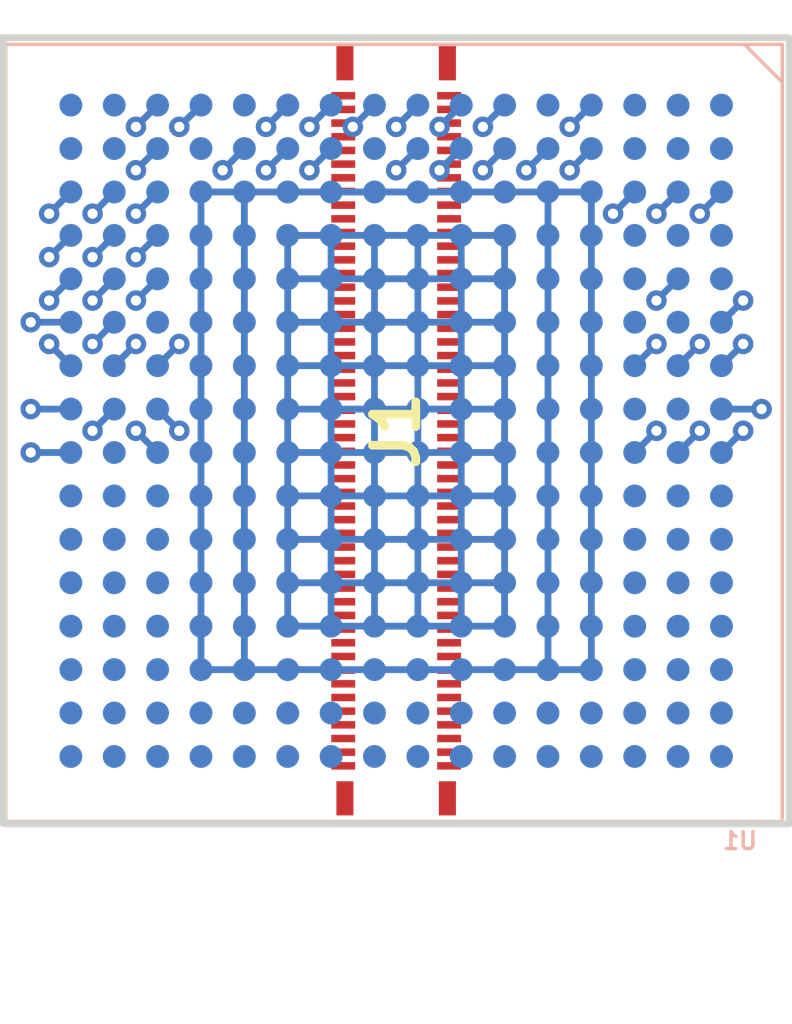
<source format=kicad_pcb>
(kicad_pcb (version 20241229) (generator "pcbnew") (generator_version "9.0")
  (layers (0 "F.Cu" signal) (2 "B.Cu" signal) (13 "F.Paste" user) (15 "B.Paste" user) (5 "F.SilkS" user "F.Silkscreen") (7 "B.SilkS" user "B.Silkscreen") (1 "F.Mask" user) (3 "B.Mask" user) (25 "Edge.Cuts" user))
  (net 0 "")
  (net 105 "Net-(U1-VCC-PadD10)")
  (net 110 "unconnected-(U1-D3-PadR8)")
  (net 112 "unconnected-(U1-BRDY#-PadB5)")
  (net 113 "unconnected-(U1-BS16#-PadA6)")
  (net 117 "unconnected-(U1-D7-PadP9)")
  (net 122 "unconnected-(U1-BLAST#-PadC3)")
  (net 123 "unconnected-(U1-D1-PadP7)")
  (net 131 "unconnected-(U1-D4-PadP8)")
  (net 132 "unconnected-(U1-D2-PadT8)")
  (net 136 "unconnected-(U1-DP0-PadT7)")
  (net 137 "unconnected-(U1-D5-PadT9)")
  (net 143 "unconnected-(U1-ADS#-PadB3)")
  (net 150 "unconnected-(U1-A29-PadP5)")
  (net 152 "unconnected-(U1-A14-PadK1)")
  (net 154 "unconnected-(U1-A8-PadG2)")
  (net 155 "unconnected-(U1-A28-PadR5)")
  (net 156 "unconnected-(U1-A25-PadR4)")
  (net 157 "unconnected-(U1-A5-PadE2)")
  (net 158 "unconnected-(U1-A26-PadP4)")
  (net 159 "unconnected-(U1-A24-PadT4)")
  (net 160 "unconnected-(U1-A11-PadH1)")
  (net 161 "unconnected-(U1-RDY#-PadA7)")
  (net 162 "unconnected-(U1-A22-PadR3)")
  (net 163 "unconnected-(U1-KEN#-PadB7)")
  (net 165 "unconnected-(U1-A18-PadN1)")
  (net 166 "unconnected-(U1-A9-PadG1)")
  (net 167 "unconnected-(U1-A23-PadP3)")
  (net 168 "unconnected-(U1-A19-PadP2)")
  (net 169 "unconnected-(U1-A15-PadL2)")
  (net 171 "unconnected-(U1-HLDA-PadB9)")
  (net 172 "unconnected-(U1-A17-PadM2)")
  (net 174 "unconnected-(U1-A7-PadF1)")
  (net 175 "unconnected-(U1-WR#-PadC9)")
  (net 177 "unconnected-(U1-A2-PadA3)")
  (net 178 "unconnected-(U1-AHOLD-PadA8)")
  (net 179 "unconnected-(U1-A21-PadT3)")
  (net 180 "unconnected-(U1-A31-PadR6)")
  (net 183 "unconnected-(U1-A12-PadJ1)")
  (net 185 "unconnected-(U1-A16-PadL1)")
  (net 186 "unconnected-(U1-A20-PadP1)")
  (net 187 "unconnected-(U1-A10-PadH2)")
  (net 189 "unconnected-(U1-CLK-PadA9)")
  (net 190 "unconnected-(U1-A27-PadT5)")
  (net 191 "unconnected-(U1-A6-PadF2)")
  (net 192 "unconnected-(U1-A4-PadD1)")
  (net 193 "unconnected-(U1-A13-PadK2)")
  (net 194 "unconnected-(U1-A3-PadD2)")
  (net 226 "unconnected-(U1-A30-PadT6)")
  (net 235 "unconnected-(U1-HOLD-PadC7)")
  (net 238 "unconnected-(U1-D0-PadR7)")
  (net 240 "GND")
  (footprint "pcb-bga-library:513381074" (layer "F.Cu") (at 111.5 111.5 90)
    (property "Reference" "J1")
    (property "Value" "51338-1074" (hide yes))
  )
  (footprint "pcb-bga-library:BGA-256-MIRRORED" (layer "B.Cu") (at 110.9 111.5 180)
    (property "Reference" "U1")
    (property "Value" "~")
  )
  (gr_rect (start 100 100) (end 123 123) (stroke (width 0.2)) (fill no) (layer "Edge.Cuts"))
  (segment (start 107.055 118.485) (end 107.055 104.515) (width 0.2) (layer "B.Cu") (net 105))
  (segment (start 117.215 104.515) (end 105.785 104.515) (width 0.2) (layer "B.Cu") (net 105))
  (segment (start 117.215 118.485) (end 117.215 104.515) (width 0.2) (layer "B.Cu") (net 105))
  (segment (start 105.785 104.515) (end 105.785 118.485) (width 0.2) (layer "B.Cu") (net 105))
  (segment (start 115.945 104.515) (end 115.945 118.485) (width 0.2) (layer "B.Cu") (net 105))
  (segment (start 105.785 118.485) (end 117.215 118.485) (width 0.2) (layer "B.Cu") (net 105))
  (via (at 102.61 111.5) (size 0.6) (drill 0.3) (layers "F.Cu" "B.Cu") (net 110))
  (segment (start 103.245 110.865) (end 102.61 111.5) (width 0.2) (layer "B.Cu") (net 110))
  (via (at 119.12 107.69) (size 0.6) (drill 0.3) (layers "F.Cu" "B.Cu") (net 112))
  (segment (start 119.755 107.055) (end 119.12 107.69) (width 0.2) (layer "B.Cu") (net 112))
  (via (at 121.66 107.69) (size 0.6) (drill 0.3) (layers "F.Cu" "B.Cu") (net 113))
  (segment (start 121.025 108.325) (end 121.66 107.69) (width 0.2) (layer "B.Cu") (net 113))
  (via (at 103.88 111.5) (size 0.6) (drill 0.3) (layers "F.Cu" "B.Cu") (net 117))
  (segment (start 104.515 112.135) (end 103.88 111.5) (width 0.2) (layer "B.Cu") (net 117))
  (via (at 117.85 105.15) (size 0.6) (drill 0.3) (layers "F.Cu" "B.Cu") (net 122))
  (segment (start 118.485 104.515) (end 117.85 105.15) (width 0.2) (layer "B.Cu") (net 122))
  (via (at 105.15 108.96) (size 0.6) (drill 0.3) (layers "F.Cu" "B.Cu") (net 123))
  (segment (start 104.515 109.595) (end 105.15 108.96) (width 0.2) (layer "B.Cu") (net 123))
  (via (at 105.15 111.5) (size 0.6) (drill 0.3) (layers "F.Cu" "B.Cu") (net 131))
  (segment (start 104.515 110.865) (end 105.15 111.5) (width 0.2) (layer "B.Cu") (net 131))
  (via (at 100.8 110.865) (size 0.6) (drill 0.3) (layers "F.Cu" "B.Cu") (net 132))
  (segment (start 101.975 110.865) (end 100.8 110.865) (width 0.2) (layer "B.Cu") (net 132))
  (via (at 101.34 108.96) (size 0.6) (drill 0.3) (layers "F.Cu" "B.Cu") (net 136))
  (segment (start 101.975 109.595) (end 101.34 108.96) (width 0.2) (layer "B.Cu") (net 136))
  (via (at 100.8 112.135) (size 0.6) (drill 0.3) (layers "F.Cu" "B.Cu") (net 137))
  (segment (start 101.975 112.135) (end 100.8 112.135) (width 0.2) (layer "B.Cu") (net 137))
  (via (at 119.12 105.15) (size 0.6) (drill 0.3) (layers "F.Cu" "B.Cu") (net 143))
  (segment (start 119.755 104.515) (end 119.12 105.15) (width 0.2) (layer "B.Cu") (net 143))
  (via (at 103.88 107.69) (size 0.6) (drill 0.3) (layers "F.Cu" "B.Cu") (net 150))
  (segment (start 104.515 107.055) (end 103.88 107.69) (width 0.2) (layer "B.Cu") (net 150))
  (via (at 108.96 102.61) (size 0.6) (drill 0.3) (layers "F.Cu" "B.Cu") (net 152))
  (segment (start 109.595 101.975) (end 108.96 102.61) (width 0.2) (layer "B.Cu") (net 152))
  (via (at 112.77 103.88) (size 0.6) (drill 0.3) (layers "F.Cu" "B.Cu") (net 154))
  (segment (start 113.405 103.245) (end 112.77 103.88) (width 0.2) (layer "B.Cu") (net 154))
  (via (at 102.61 107.69) (size 0.6) (drill 0.3) (layers "F.Cu" "B.Cu") (net 155))
  (segment (start 103.245 107.055) (end 102.61 107.69) (width 0.2) (layer "B.Cu") (net 155))
  (via (at 102.61 106.42) (size 0.6) (drill 0.3) (layers "F.Cu" "B.Cu") (net 156))
  (segment (start 103.245 105.785) (end 102.61 106.42) (width 0.2) (layer "B.Cu") (net 156))
  (via (at 115.31 103.88) (size 0.6) (drill 0.3) (layers "F.Cu" "B.Cu") (net 157))
  (segment (start 115.945 103.245) (end 115.31 103.88) (width 0.2) (layer "B.Cu") (net 157))
  (via (at 103.88 106.42) (size 0.6) (drill 0.3) (layers "F.Cu" "B.Cu") (net 158))
  (segment (start 104.515 105.785) (end 103.88 106.42) (width 0.2) (layer "B.Cu") (net 158))
  (via (at 101.34 106.42) (size 0.6) (drill 0.3) (layers "F.Cu" "B.Cu") (net 159))
  (segment (start 101.975 105.785) (end 101.34 106.42) (width 0.2) (layer "B.Cu") (net 159))
  (via (at 111.5 102.61) (size 0.6) (drill 0.3) (layers "F.Cu" "B.Cu") (net 160))
  (segment (start 112.135 101.975) (end 111.5 102.61) (width 0.2) (layer "B.Cu") (net 160))
  (via (at 121.66 108.96) (size 0.6) (drill 0.3) (layers "F.Cu" "B.Cu") (net 161))
  (segment (start 121.025 109.595) (end 121.66 108.96) (width 0.2) (layer "B.Cu") (net 161))
  (via (at 102.61 105.15) (size 0.6) (drill 0.3) (layers "F.Cu" "B.Cu") (net 162))
  (segment (start 103.245 104.515) (end 102.61 105.15) (width 0.2) (layer "B.Cu") (net 162))
  (via (at 120.39 108.96) (size 0.6) (drill 0.3) (layers "F.Cu" "B.Cu") (net 163))
  (segment (start 119.755 109.595) (end 120.39 108.96) (width 0.2) (layer "B.Cu") (net 163))
  (via (at 105.15 102.61) (size 0.6) (drill 0.3) (layers "F.Cu" "B.Cu") (net 165))
  (segment (start 105.785 101.975) (end 105.15 102.61) (width 0.2) (layer "B.Cu") (net 165))
  (via (at 112.77 102.61) (size 0.6) (drill 0.3) (layers "F.Cu" "B.Cu") (net 166))
  (segment (start 113.405 101.975) (end 112.77 102.61) (width 0.2) (layer "B.Cu") (net 166))
  (via (at 103.88 105.15) (size 0.6) (drill 0.3) (layers "F.Cu" "B.Cu") (net 167))
  (segment (start 104.515 104.515) (end 103.88 105.15) (width 0.2) (layer "B.Cu") (net 167))
  (via (at 103.88 103.88) (size 0.6) (drill 0.3) (layers "F.Cu" "B.Cu") (net 168))
  (segment (start 104.515 103.245) (end 103.88 103.88) (width 0.2) (layer "B.Cu") (net 168))
  (via (at 107.69 103.88) (size 0.6) (drill 0.3) (layers "F.Cu" "B.Cu") (net 169))
  (segment (start 108.325 103.245) (end 107.69 103.88) (width 0.2) (layer "B.Cu") (net 169))
  (via (at 120.39 111.5) (size 0.6) (drill 0.3) (layers "F.Cu" "B.Cu") (net 171))
  (segment (start 119.755 112.135) (end 120.39 111.5) (width 0.2) (layer "B.Cu") (net 171))
  (via (at 106.42 103.88) (size 0.6) (drill 0.3) (layers "F.Cu" "B.Cu") (net 172))
  (segment (start 107.055 103.245) (end 106.42 103.88) (width 0.2) (layer "B.Cu") (net 172))
  (via (at 114.04 102.61) (size 0.6) (drill 0.3) (layers "F.Cu" "B.Cu") (net 174))
  (segment (start 114.675 101.975) (end 114.04 102.61) (width 0.2) (layer "B.Cu") (net 174))
  (via (at 119.12 111.5) (size 0.6) (drill 0.3) (layers "F.Cu" "B.Cu") (net 175))
  (segment (start 118.485 112.135) (end 119.12 111.5) (width 0.2) (layer "B.Cu") (net 175))
  (via (at 120.39 105.15) (size 0.6) (drill 0.3) (layers "F.Cu" "B.Cu") (net 177))
  (segment (start 121.025 104.515) (end 120.39 105.15) (width 0.2) (layer "B.Cu") (net 177))
  (via (at 122.2 110.865) (size 0.6) (drill 0.3) (layers "F.Cu" "B.Cu") (net 178))
  (segment (start 121.025 110.865) (end 122.2 110.865) (width 0.2) (layer "B.Cu") (net 178))
  (via (at 101.34 105.15) (size 0.6) (drill 0.3) (layers "F.Cu" "B.Cu") (net 179))
  (segment (start 101.975 104.515) (end 101.34 105.15) (width 0.2) (layer "B.Cu") (net 179))
  (via (at 102.61 108.96) (size 0.6) (drill 0.3) (layers "F.Cu" "B.Cu") (net 180))
  (segment (start 103.245 108.325) (end 102.61 108.96) (width 0.2) (layer "B.Cu") (net 180))
  (via (at 110.23 102.61) (size 0.6) (drill 0.3) (layers "F.Cu" "B.Cu") (net 183))
  (segment (start 110.865 101.975) (end 110.23 102.61) (width 0.2) (layer "B.Cu") (net 183))
  (via (at 107.69 102.61) (size 0.6) (drill 0.3) (layers "F.Cu" "B.Cu") (net 185))
  (segment (start 108.325 101.975) (end 107.69 102.61) (width 0.2) (layer "B.Cu") (net 185))
  (via (at 103.88 102.61) (size 0.6) (drill 0.3) (layers "F.Cu" "B.Cu") (net 186))
  (segment (start 104.515 101.975) (end 104.515 101.987) (width 0.2) (layer "B.Cu") (net 186))
  (segment (start 104.515 101.975) (end 103.88 102.61) (width 0.2) (layer "B.Cu") (net 186))
  (via (at 111.5 103.88) (size 0.6) (drill 0.3) (layers "F.Cu" "B.Cu") (net 187))
  (segment (start 112.135 103.245) (end 111.5 103.88) (width 0.2) (layer "B.Cu") (net 187))
  (via (at 121.66 111.5) (size 0.6) (drill 0.3) (layers "F.Cu" "B.Cu") (net 189))
  (segment (start 121.025 112.135) (end 121.66 111.5) (width 0.2) (layer "B.Cu") (net 189))
  (via (at 101.34 107.69) (size 0.6) (drill 0.3) (layers "F.Cu" "B.Cu") (net 190))
  (segment (start 101.975 107.055) (end 101.34 107.69) (width 0.2) (layer "B.Cu") (net 190))
  (via (at 114.04 103.88) (size 0.6) (drill 0.3) (layers "F.Cu" "B.Cu") (net 191))
  (segment (start 114.675 103.245) (end 114.04 103.88) (width 0.2) (layer "B.Cu") (net 191))
  (via (at 116.58 102.61) (size 0.6) (drill 0.3) (layers "F.Cu" "B.Cu") (net 192))
  (segment (start 117.215 101.975) (end 116.58 102.61) (width 0.2) (layer "B.Cu") (net 192))
  (via (at 108.96 103.88) (size 0.6) (drill 0.3) (layers "F.Cu" "B.Cu") (net 193))
  (segment (start 109.595 103.245) (end 108.96 103.88) (width 0.2) (layer "B.Cu") (net 193))
  (via (at 116.58 103.88) (size 0.6) (drill 0.3) (layers "F.Cu" "B.Cu") (net 194))
  (segment (start 117.215 103.245) (end 116.58 103.88) (width 0.2) (layer "B.Cu") (net 194))
  (via (at 100.8 108.325) (size 0.6) (drill 0.3) (layers "F.Cu" "B.Cu") (net 226))
  (segment (start 101.975 108.325) (end 100.8 108.325) (width 0.2) (layer "B.Cu") (net 226))
  (via (at 119.12 108.96) (size 0.6) (drill 0.3) (layers "F.Cu" "B.Cu") (net 235))
  (segment (start 118.485 109.595) (end 119.12 108.96) (width 0.2) (layer "B.Cu") (net 235))
  (via (at 103.88 108.96) (size 0.6) (drill 0.3) (layers "F.Cu" "B.Cu") (net 238))
  (segment (start 103.245 109.595) (end 103.88 108.96) (width 0.2) (layer "B.Cu") (net 238))
  (segment (start 108.325 109.595) (end 114.675 109.595) (width 0.2) (layer "B.Cu") (net 240))
  (segment (start 114.675 115.945) (end 108.325 115.945) (width 0.2) (layer "B.Cu") (net 240))
  (segment (start 113.405 105.785) (end 113.405 117.215) (width 0.2) (layer "B.Cu") (net 240))
  (segment (start 114.675 113.405) (end 108.325 113.405) (width 0.2) (layer "B.Cu") (net 240))
  (segment (start 108.325 105.785) (end 114.675 105.785) (width 0.2) (layer "B.Cu") (net 240))
  (segment (start 108.325 112.135) (end 114.675 112.135) (width 0.2) (layer "B.Cu") (net 240))
  (segment (start 110.865 105.785) (end 110.865 117.215) (width 0.2) (layer "B.Cu") (net 240))
  (segment (start 112.135 117.215) (end 112.135 105.785) (width 0.2) (layer "B.Cu") (net 240))
  (segment (start 114.675 117.215) (end 108.325 117.215) (width 0.2) (layer "B.Cu") (net 240))
  (segment (start 114.675 108.325) (end 108.325 108.325) (width 0.2) (layer "B.Cu") (net 240))
  (segment (start 109.595 117.215) (end 109.595 105.785) (width 0.2) (layer "B.Cu") (net 240))
  (segment (start 108.325 117.215) (end 108.325 105.785) (width 0.2) (layer "B.Cu") (net 240))
  (segment (start 114.675 110.865) (end 108.325 110.865) (width 0.2) (layer "B.Cu") (net 240))
  (segment (start 108.325 114.675) (end 114.675 114.675) (width 0.2) (layer "B.Cu") (net 240))
  (segment (start 108.325 107.055) (end 114.675 107.055) (width 0.2) (layer "B.Cu") (net 240))
  (segment (start 114.675 105.785) (end 114.675 117.215) (width 0.2) (layer "B.Cu") (net 240))
)
</source>
